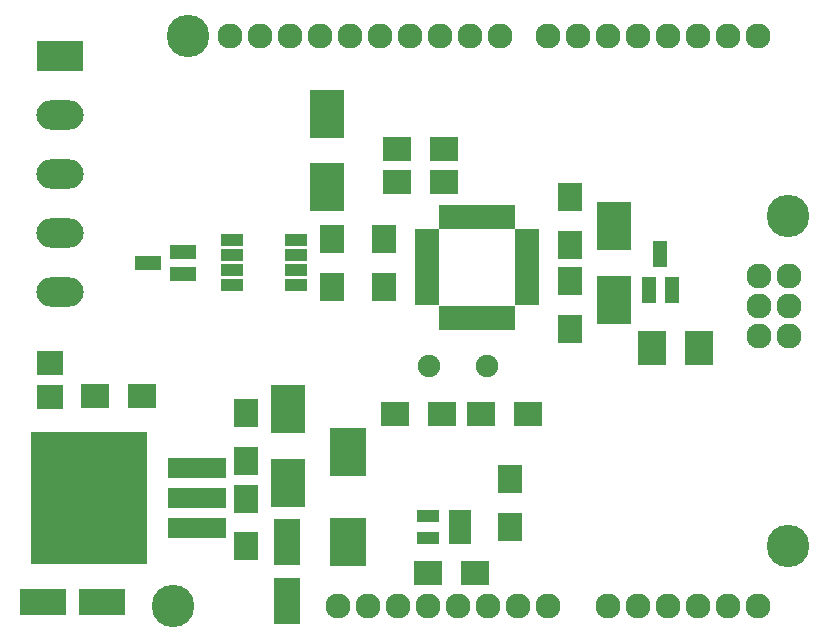
<source format=gts>
G04 #@! TF.FileFunction,Soldermask,Top*
%FSLAX46Y46*%
G04 Gerber Fmt 4.6, Leading zero omitted, Abs format (unit mm)*
G04 Created by KiCad (PCBNEW 4.0.6) date Tuesday, 13 February 2018 20:17:47*
%MOMM*%
%LPD*%
G01*
G04 APERTURE LIST*
%ADD10C,0.100000*%
%ADD11O,2.127200X2.127200*%
%ADD12C,3.600000*%
%ADD13R,2.000000X2.400000*%
%ADD14R,2.400000X2.000000*%
%ADD15R,2.400000X2.900000*%
%ADD16C,1.901140*%
%ADD17R,2.900000X4.150000*%
%ADD18R,2.200860X1.997660*%
%ADD19R,2.300000X1.200000*%
%ADD20R,2.200860X3.900120*%
%ADD21R,3.900120X2.200860*%
%ADD22R,4.000000X2.500000*%
%ADD23O,4.000000X2.500000*%
%ADD24R,2.400000X2.100000*%
%ADD25R,1.200000X2.300000*%
%ADD26R,2.000000X0.950000*%
%ADD27R,0.950000X2.000000*%
%ADD28R,1.960000X1.050000*%
%ADD29R,1.950000X1.000000*%
%ADD30R,5.000000X1.790000*%
%ADD31R,9.800000X11.200000*%
%ADD32R,3.100000X4.150000*%
G04 APERTURE END LIST*
D10*
D11*
X212090000Y-79629000D03*
X214630000Y-79629000D03*
X214630000Y-77089000D03*
X212090000Y-77089000D03*
X214630000Y-74549000D03*
X199263000Y-102489000D03*
X194183000Y-102489000D03*
X191643000Y-102489000D03*
X189103000Y-102489000D03*
X186563000Y-102489000D03*
X184023000Y-102489000D03*
X181483000Y-102489000D03*
X178943000Y-102489000D03*
X211963000Y-54229000D03*
X209423000Y-54229000D03*
X206883000Y-54229000D03*
X204343000Y-54229000D03*
X201803000Y-54229000D03*
X199263000Y-54229000D03*
X196723000Y-54229000D03*
X194183000Y-54229000D03*
X174879000Y-54229000D03*
X190119000Y-54229000D03*
X187579000Y-54229000D03*
X185039000Y-54229000D03*
D12*
X214503000Y-97409000D03*
X214503000Y-69469000D03*
X163703000Y-54229000D03*
X162433000Y-102489000D03*
D11*
X167259000Y-54229000D03*
X169799000Y-54229000D03*
X172339000Y-54229000D03*
X177419000Y-54229000D03*
X179959000Y-54229000D03*
X182499000Y-54229000D03*
X176403000Y-102489000D03*
X201803000Y-102489000D03*
X204343000Y-102489000D03*
X206883000Y-102489000D03*
X209423000Y-102489000D03*
X211963000Y-102489000D03*
X212090000Y-74549000D03*
D13*
X180340000Y-75406000D03*
X180340000Y-71406000D03*
X175895000Y-75406000D03*
X175895000Y-71406000D03*
X191008000Y-91726000D03*
X191008000Y-95726000D03*
D14*
X188055000Y-99695000D03*
X184055000Y-99695000D03*
D13*
X168656000Y-90138000D03*
X168656000Y-86138000D03*
D15*
X206978000Y-80645000D03*
X202978000Y-80645000D03*
D16*
X184122060Y-82169000D03*
X189003940Y-82169000D03*
D13*
X196088000Y-74962000D03*
X196088000Y-78962000D03*
X196088000Y-67850000D03*
X196088000Y-71850000D03*
D17*
X175514000Y-67006000D03*
X175514000Y-60756000D03*
X199771000Y-76531000D03*
X199771000Y-70281000D03*
D14*
X181261000Y-86233000D03*
X185261000Y-86233000D03*
X181388000Y-63754000D03*
X185388000Y-63754000D03*
X192500000Y-86233000D03*
X188500000Y-86233000D03*
D13*
X168656000Y-97377000D03*
X168656000Y-93377000D03*
D17*
X172212000Y-92025000D03*
X172212000Y-85775000D03*
D18*
X152019000Y-81892140D03*
X152019000Y-84731860D03*
D19*
X163298000Y-74356000D03*
X163298000Y-72456000D03*
X160298000Y-73406000D03*
D20*
X172085000Y-97068640D03*
X172085000Y-102067360D03*
D21*
X156423360Y-102108000D03*
X151424640Y-102108000D03*
D22*
X152908000Y-55880000D03*
D23*
X152908000Y-60880000D03*
X152908000Y-65880000D03*
X152908000Y-70880000D03*
X152908000Y-75880000D03*
D24*
X185388000Y-66548000D03*
X181388000Y-66548000D03*
X159861000Y-84709000D03*
X155861000Y-84709000D03*
D25*
X202758000Y-75668000D03*
X204658000Y-75668000D03*
X203708000Y-72668000D03*
D26*
X183964000Y-70987000D03*
X183964000Y-71787000D03*
X183964000Y-72587000D03*
X183964000Y-73387000D03*
X183964000Y-74187000D03*
X183964000Y-74987000D03*
X183964000Y-75787000D03*
X183964000Y-76587000D03*
D27*
X185414000Y-78037000D03*
X186214000Y-78037000D03*
X187014000Y-78037000D03*
X187814000Y-78037000D03*
X188614000Y-78037000D03*
X189414000Y-78037000D03*
X190214000Y-78037000D03*
X191014000Y-78037000D03*
D26*
X192464000Y-76587000D03*
X192464000Y-75787000D03*
X192464000Y-74987000D03*
X192464000Y-74187000D03*
X192464000Y-73387000D03*
X192464000Y-72587000D03*
X192464000Y-71787000D03*
X192464000Y-70987000D03*
D27*
X191014000Y-69537000D03*
X190214000Y-69537000D03*
X189414000Y-69537000D03*
X188614000Y-69537000D03*
X187814000Y-69537000D03*
X187014000Y-69537000D03*
X186214000Y-69537000D03*
X185414000Y-69537000D03*
D28*
X186770000Y-96708000D03*
X186770000Y-95758000D03*
X186770000Y-94808000D03*
X184070000Y-94808000D03*
X184070000Y-96708000D03*
D29*
X172880000Y-75311000D03*
X172880000Y-74041000D03*
X172880000Y-72771000D03*
X172880000Y-71501000D03*
X167480000Y-71501000D03*
X167480000Y-72771000D03*
X167480000Y-74041000D03*
X167480000Y-75311000D03*
D30*
X164468000Y-93345000D03*
D31*
X155318000Y-93345000D03*
D30*
X164468000Y-90805000D03*
X164468000Y-95885000D03*
D32*
X177292000Y-96993000D03*
X177292000Y-89443000D03*
M02*

</source>
